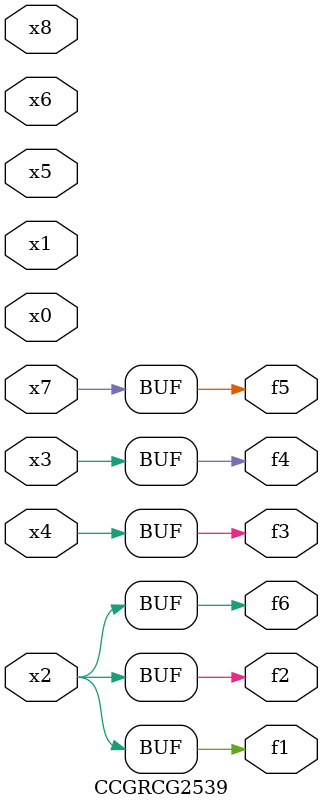
<source format=v>
module CCGRCG2539(
	input x0, x1, x2, x3, x4, x5, x6, x7, x8,
	output f1, f2, f3, f4, f5, f6
);
	assign f1 = x2;
	assign f2 = x2;
	assign f3 = x4;
	assign f4 = x3;
	assign f5 = x7;
	assign f6 = x2;
endmodule

</source>
